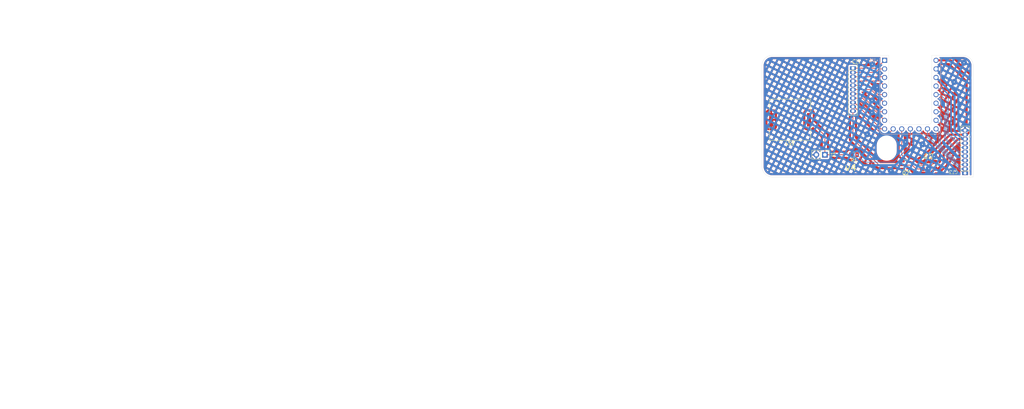
<source format=kicad_pcb>
(kicad_pcb (version 20241229) (generator "pcbnew") (generator_version "9.0")
  (layers (0 "F.Cu" signal) (2 "B.Cu" signal) (13 "F.Paste" user) (15 "B.Paste" user) (5 "F.SilkS" user "F.Silkscreen") (7 "B.SilkS" user "B.Silkscreen") (1 "F.Mask" user) (3 "B.Mask" user) (25 "Edge.Cuts" user))
  (net 0 "")
  (net 1 "+3V3R")
  (net 2 "GNDR")
  (net 3 "+5VR")
  (net 4 "Net-(U1-GP5)")
  (net 5 "Net-(U1-GP3)")
  (net 6 "Net-(U1-GP4)")
  (net 7 "Net-(U1-GP0)")
  (net 8 "Net-(U1-GP2)")
  (net 9 "Net-(U1-GP1)")
  (net 10 "Net-(U1-GP9)")
  (net 11 "Net-(U1-GP8)")
  (net 12 "Net-(U1-GP7)")
  (net 13 "Net-(U1-GP6)")
  (net 14 "Net-(U1-GP27)")
  (net 15 "Net-(U1-GP29)")
  (net 16 "Net-(U1-GP28)")
  (net 17 "Net-(U1-GP12)")
  (net 18 "Net-(U1-GP15)")
  (net 19 "Net-(U1-GP26)")
  (net 20 "Net-(U1-GP14)")
  (net 21 "Net-(U1-GP13)")
  (net 22 "Net-(U1-GP11)")
  (net 23 "Net-(Q2-S)")
  (net 24 "Net-(Q2-D)")
  (net 25 "Net-(J1-Pin_1)")
  (footprint "Package_TO_SOT_SMD:SOT-23" (layer "F.Cu") (at 319.5725 196.175 180)
    (property "Reference" "Q2" (at 0 -2.4 0) (layer "F.SilkS"))
    (property "Value" "BSS138")
    (fp_line (start 0 1.56) (end 0.65 1.56) (stroke (width 0.12)) (layer "F.SilkS"))
    (fp_line (start 0 1.56) (end -0.65 1.56) (stroke (width 0.12)) (layer "F.SilkS"))
    (fp_line (start 0 -1.56) (end 0.65 -1.56) (stroke (width 0.12)) (layer "F.SilkS"))
    (fp_line (start 0 -1.56) (end -0.65 -1.56) (stroke (width 0.12)) (layer "F.SilkS"))
    (fp_poly (pts (xy -1.1625 -1.51) (xy -1.4025 -1.84) (xy -0.9225 -1.84) (xy -1.1625 -1.51)) (stroke (width 0.12)) (fill yes) (layer "F.SilkS"))
    (pad "1" smd roundrect (at -0.9375 -0.95 180) (size 1.475 0.6) (layers "F.Cu" "F.Mask" "F.Paste") (net 1 "+3V3R"))
    (pad "2" smd roundrect (at -0.9375 0.95 180) (size 1.475 0.6) (layers "F.Cu" "F.Mask" "F.Paste") (net 23 "Net-(Q2-S)"))
    (pad "3" smd roundrect (at 0.9375 0 180) (size 1.475 0.6) (layers "F.Cu" "F.Mask" "F.Paste") (net 24 "Net-(Q2-D)"))
  )
  (footprint "Resistor_SMD:R_0805_2012Metric" (layer "F.Cu") (at 304.28 193.075 180)
    (property "Reference" "R1" (at 0 -1.65 0) (layer "F.SilkS"))
    (property "Value" "1k")
    (fp_line (start -0.227064 0.735) (end 0.227064 0.735) (stroke (width 0.12)) (layer "F.SilkS"))
    (fp_line (start -0.227064 -0.735) (end 0.227064 -0.735) (stroke (width 0.12)) (layer "F.SilkS"))
    (pad "1" smd roundrect (at -0.9125 0 180) (size 1.025 1.4) (layers "F.Cu" "F.Mask" "F.Paste") (roundrect_rratio 0.243902) (net 22 "Net-(U1-GP11)"))
    (pad "2" smd roundrect (at 0.9125 0 180) (size 1.025 1.4) (layers "F.Cu" "F.Mask" "F.Paste") (roundrect_rratio 0.243902) (net 25 "Net-(J1-Pin_1)"))
  )
  (footprint "HF:ConnThrough_1x11_1.27mm" (layer "F.Cu") (at 303.97 173.785)
    (property "Reference" "CT1" (at 1.0414 -8.2804 0) (layer "F.SilkS") (effects (font (thickness 0.1))))
    (property "Value" "~")
    (fp_line (start -1.33 -5.715) (end 1.33 -5.715) (stroke (width 0.12)) (layer "F.SilkS"))
    (fp_line (start -1.33 -5.08) (end -1.33 7.62) (stroke (width 0.12)) (layer "F.SilkS"))
    (fp_line (start -1.33 7.62) (end 1.33 7.62) (stroke (width 0.12)) (layer "F.SilkS"))
    (fp_line (start 0 -7.68) (end 1.33 -7.68) (stroke (width 0.12)) (layer "F.SilkS"))
    (fp_line (start 1.33 -7.68) (end 1.33 -6.35) (stroke (width 0.12)) (layer "F.SilkS"))
    (fp_line (start 1.33 -5.08) (end 1.33 7.62) (stroke (width 0.12)) (layer "F.SilkS"))
    (pad "1" thru_hole rect (at 0 -6.35) (size 1.8 1.07) (drill 0.84) (layers "*.Cu" "*.Mask") (net 7 "Net-(U1-GP0)"))
    (pad "2" thru_hole oval (at 0 -5.08) (size 1.8 1.07) (drill 0.84) (layers "*.Cu" "*.Mask") (net 9 "Net-(U1-GP1)"))
    (pad "3" thru_hole oval (at 0 -3.81) (size 1.8 1.07) (drill 0.84) (layers "*.Cu" "*.Mask") (net 8 "Net-(U1-GP2)"))
    (pad "4" thru_hole oval (at 0 -2.54) (size 1.8 1.07) (drill 0.84) (layers "*.Cu" "*.Mask") (net 5 "Net-(U1-GP3)"))
    (pad "5" thru_hole oval (at 0 -1.27) (size 1.8 1.07) (drill 0.84) (layers "*.Cu" "*.Mask") (net 6 "Net-(U1-GP4)"))
    (pad "6" thru_hole oval (at 0 0) (size 1.8 1.07) (drill 0.84) (layers "*.Cu" "*.Mask") (net 4 "Net-(U1-GP5)"))
    (pad "7" thru_hole oval (at 0 1.27) (size 1.8 1.07) (drill 0.84) (layers "*.Cu" "*.Mask") (net 13 "Net-(U1-GP6)"))
    (pad "8" thru_hole oval (at 0 2.54) (size 1.8 1.07) (drill 0.84) (layers "*.Cu" "*.Mask") (net 12 "Net-(U1-GP7)"))
    (pad "9" thru_hole oval (at 0 3.81) (size 1.8 1.07) (drill 0.84) (layers "*.Cu" "*.Mask") (net 11 "Net-(U1-GP8)"))
    (pad "10" thru_hole oval (at 0 5.08) (size 1.8 1.07) (drill 0.84) (layers "*.Cu" "*.Mask") (net 10 "Net-(U1-GP9)"))
    (pad "11" thru_hole oval (at 0 6.35) (size 1.8 1.07) (drill 0.84) (layers "*.Cu" "*.Mask") (net 24 "Net-(Q2-D)"))
  )
  (footprint "Resistor_SMD:R_0805_2012Metric_Pad1.20x1.40mm_HandSolder" (layer "F.Cu") (at 324.56 196.325 -90)
    (property "Reference" "R4" (at -2.79 -1.01 90) (layer "F.SilkS"))
    (property "Value" "560")
    (fp_line (start -0.227064 0.735) (end 0.227064 0.735) (stroke (width 0.12)) (layer "F.SilkS"))
    (fp_line (start -0.227064 -0.735) (end 0.227064 -0.735) (stroke (width 0.12)) (layer "F.SilkS"))
    (pad "1" smd roundrect (at -1 0 270) (size 1.2 1.4) (layers "F.Cu" "F.Mask" "F.Paste") (roundrect_rratio 0.208333) (net 3 "+5VR"))
    (pad "2" smd roundrect (at 1 0 270) (size 1.2 1.4) (layers "F.Cu" "F.Mask" "F.Paste") (roundrect_rratio 0.208333) (net 24 "Net-(Q2-D)"))
  )
  (footprint "Connector_PinHeader_2.54mm:PinHeader_1x02_P2.54mm_Vertical" (layer "F.Cu") (at 295.66 193.095 -90)
    (property "Reference" "J1" (at 0 -2.33 90) (layer "F.SilkS"))
    (property "Value" "Conn_01x02_Pin")
    (fp_line (start -1.33 3.87) (end 1.33 3.87) (stroke (width 0.12)) (layer "F.SilkS"))
    (fp_line (start -1.33 1.27) (end -1.33 3.87) (stroke (width 0.12)) (layer "F.SilkS"))
    (fp_line (start -1.33 1.27) (end 1.33 1.27) (stroke (width 0.12)) (layer "F.SilkS"))
    (fp_line (start 1.33 1.27) (end 1.33 3.87) (stroke (width 0.12)) (layer "F.SilkS"))
    (fp_line (start -1.33 0) (end -1.33 -1.33) (stroke (width 0.12)) (layer "F.SilkS"))
    (fp_line (start -1.33 -1.33) (end 0 -1.33) (stroke (width 0.12)) (layer "F.SilkS"))
    (pad "1" thru_hole rect (at 0 0 270) (size 1.7 1.7) (drill 1) (layers "*.Cu" "*.Mask") (net 25 "Net-(J1-Pin_1)"))
    (pad "2" thru_hole oval (at 0 2.54 270) (size 1.7 1.7) (drill 1) (layers "*.Cu" "*.Mask") (net 2 "GNDR"))
  )
  (footprint "Buzzer_Beeper:Buzzer_Murata_PKLCS1212E" (layer "F.Cu") (at 285.37 182.735 180)
    (property "Reference" "LS1" (at 0 -7 0) (layer "F.SilkS"))
    (property "Value" "Speaker")
    (fp_line (start 6.12 6.12) (end -6.12 6.12) (stroke (width 0.12)) (layer "F.SilkS"))
    (fp_line (start 6.12 2.26) (end 6.12 6.12) (stroke (width 0.12)) (layer "F.SilkS"))
    (fp_line (start 6.12 -6.12) (end 6.12 -2.26) (stroke (width 0.12)) (layer "F.SilkS"))
    (fp_line (start -6.12 6.12) (end -6.12 2.26) (stroke (width 0.12)) (layer "F.SilkS"))
    (fp_line (start -6.12 -2.26) (end -6.12 -6.12) (stroke (width 0.12)) (layer "F.SilkS"))
    (fp_line (start -6.12 -2.26) (end -6.42 -2.26) (stroke (width 0.12)) (layer "F.SilkS"))
    (fp_line (start -6.12 -6.12) (end 6.12 -6.12) (stroke (width 0.12)) (layer "F.SilkS"))
    (pad "1" smd rect (at -5.6 0 180) (size 1.2 4) (layers "F.Cu" "F.Mask" "F.Paste") (net 25 "Net-(J1-Pin_1)"))
    (pad "2" smd rect (at 5.6 0 180) (size 1.2 4) (layers "F.Cu" "F.Mask" "F.Paste") (net 2 "GNDR"))
  )
  (footprint "HF:ConnThrough_1x11_1.27mm" (layer "F.Cu") (at 337.16875 192.23 180)
    (property "Reference" "CT3" (at 3.46075 -5.969 180) (layer "F.SilkS") (effects (font (thickness 0.1))))
    (property "Value" "~")
    (fp_line (start 1.33 -5.08) (end 1.33 7.62) (stroke (width 0.12)) (layer "F.SilkS"))
    (fp_line (start -1.33 7.62) (end 1.33 7.62) (stroke (width 0.12)) (layer "F.SilkS"))
    (fp_line (start -1.33 -5.08) (end -1.33 7.62) (stroke (width 0.12)) (layer "F.SilkS"))
    (fp_line (start -1.33 -5.715) (end 1.33 -5.715) (stroke (width 0.12)) (layer "F.SilkS"))
    (pad "1" thru_hole rect (at 0 -6.35 180) (size 1.8 1.07) (drill 0.84) (layers "*.Cu" "*.Mask") (net 17 "Net-(U1-GP12)"))
    (pad "2" thru_hole oval (at 0 -5.08 180) (size 1.8 1.07) (drill 0.84) (layers "*.Cu" "*.Mask") (net 21 "Net-(U1-GP13)"))
    (pad "3" thru_hole oval (at 0 -3.81 180) (size 1.8 1.07) (drill 0.84) (layers "*.Cu" "*.Mask") (net 20 "Net-(U1-GP14)"))
    (pad "4" thru_hole oval (at 0 -2.54 180) (size 1.8 1.07) (drill 0.84) (layers "*.Cu" "*.Mask") (net 18 "Net-(U1-GP15)"))
    (pad "5" thru_hole oval (at 0 -1.27 180) (size 1.8 1.07) (drill 0.84) (layers "*.Cu" "*.Mask") (net 19 "Net-(U1-GP26)"))
    (pad "6" thru_hole oval (at 0 0 180) (size 1.8 1.07) (drill 0.84) (layers "*.Cu" "*.Mask") (net 14 "Net-(U1-GP27)"))
    (pad "7" thru_hole oval (at 0 1.27 180) (size 1.8 1.07) (drill 0.84) (layers "*.Cu" "*.Mask") (net 16 "Net-(U1-GP28)"))
    (pad "8" thru_hole oval (at 0 2.54 180) (size 1.8 1.07) (drill 0.84) (layers "*.Cu" "*.Mask") (net 15 "Net-(U1-GP29)"))
    (pad "9" thru_hole oval (at 0 3.81 180) (size 1.8 1.07) (drill 0.84) (layers "*.Cu" "*.Mask") (net 1 "+3V3R"))
    (pad "10" thru_hole oval (at 0 5.08 180) (size 1.8 1.07) (drill 0.84) (layers "*.Cu" "*.Mask") (net 3 "+5VR"))
    (pad "11" thru_hole oval (at 0 6.35 180) (size 1.8 1.07) (drill 0.84) (layers "*.Cu" "*.Mask") (net 2 "GNDR"))
  )
  (footprint "Resistor_SMD:R_0805_2012Metric_Pad1.20x1.40mm_HandSolder" (layer "F.Cu") (at 328.22 196.235 90)
    (property "Reference" "R3" (at 2.69 -1.09 90) (layer "F.SilkS"))
    (property "Value" "10K")
    (fp_line (start -0.227064 -0.735) (end 0.227064 -0.735) (stroke (width 0.12)) (layer "F.SilkS"))
    (fp_line (start -0.227064 0.735) (end 0.227064 0.735) (stroke (width 0.12)) (layer "F.SilkS"))
    (pad "1" smd roundrect (at -1 0 90) (size 1.2 1.4) (layers "F.Cu" "F.Mask" "F.Paste") (roundrect_rratio 0.208333) (net 1 "+3V3R"))
    (pad "2" smd roundrect (at 1 0 90) (size 1.2 1.4) (layers "F.Cu" "F.Mask" "F.Paste") (roundrect_rratio 0.208333) (net 23 "Net-(Q2-S)"))
  )
  (footprint "HF:gh60_cpu_guard" (layer "F.Cu") (at 313.975 191.13)
    (property "Reference" "CS_HL3" (hide yes))
    (property "Value" "~")
    (pad "" np_thru_hole oval (at 0 0) (size 5 6) (drill oval 5.5 7) (layers "*.Cu"))
  )
  (footprint "HF:MODULE_RP2040-ZERO" (layer "B.Cu") (at 320.96 175.275 180)
    (property "Reference" "U1" (at 11.26 10.18 0) (layer "B.SilkS") (effects (justify mirror)))
    (property "Value" "RP2040-ZERO")
    (fp_line (start 9 -10.75) (end 9 10.75) (stroke (width 0.127)) (layer "B.SilkS"))
    (fp_line (start -8 -11.75) (end 8 -11.75) (stroke (width 0.127)) (layer "B.SilkS"))
    (fp_line (start -9 10.75) (end -9 -10.75) (stroke (width 0.127)) (layer "B.SilkS"))
    (fp_arc (start 8 -11.75) (mid 8.707107 -11.457107) (end 9 -10.75) (stroke (width 0.127)) (layer "B.SilkS"))
    (fp_arc (start -9 -10.75) (mid -8.707107 -11.457107) (end -8 -11.75) (stroke (width 0.127)) (layer "B.SilkS"))
    (fp_circle (center 9.75 10.16) (end 9.85 10.16) (stroke (width 0.2)) (fill no) (layer "B.SilkS"))
    (pad "1" thru_hole rect (at 7.62 10.16 180) (size 1.508 1.508) (drill 1) (layers "*.Cu" "*.Mask") (net 7 "Net-(U1-GP0)"))
    (pad "2" thru_hole circle (at 7.62 7.62 180) (size 1.508 1.508) (drill 1) (layers "*.Cu" "*.Mask") (net 9 "Net-(U1-GP1)"))
    (pad "3" thru_hole circle (at 7.62 5.08 180) (size 1.508 1.508) (drill 1) (layers "*.Cu" "*.Mask") (net 8 "Net-(U1-GP2)"))
    (pad "4" thru_hole circle (at 7.62 2.54 180) (size 1.508 1.508) (drill 1) (layers "*.Cu" "*.Mask") (net 5 "Net-(U1-GP3)"))
    (pad "5" thru_hole circle (at 7.62 0 180) (size 1.508 1.508) (drill 1) (layers "*.Cu" "*.Mask") (net 6 "Net-(U1-GP4)"))
    (pad "6" thru_hole circle (at 7.62 -2.54 180) (size 1.508 1.508) (drill 1) (layers "*.Cu" "*.Mask") (net 4 "Net-(U1-GP5)"))
    (pad "7" thru_hole circle (at 7.62 -5.08 180) (size 1.508 1.508) (drill 1) (layers "*.Cu" "*.Mask") (net 13 "Net-(U1-GP6)"))
    (pad "8" thru_hole circle (at 7.62 -7.62 180) (size 1.508 1.508) (drill 1) (layers "*.Cu" "*.Mask") (net 12 "Net-(U1-GP7)"))
    (pad "9" thru_hole circle (at 7.62 -10.16 180) (size 1.508 1.508) (drill 1) (layers "*.Cu" "*.Mask") (net 11 "Net-(U1-GP8)"))
    (pad "10" thru_hole circle (at 5.08 -10.16 180) (size 1.508 1.508) (drill 1) (layers "*.Cu" "*.Mask") (net 10 "Net-(U1-GP9)"))
    (pad "11" thru_hole circle (at 2.54 -10.16 180) (size 1.508 1.508) (drill 1) (layers "*.Cu" "*.Mask") (net 23 "Net-(Q2-S)"))
    (pad "12" thru_hole circle (at 0 -10.16 180) (size 1.508 1.508) (drill 1) (layers "*.Cu" "*.Mask") (net 22 "Net-(U1-GP11)"))
    (pad "13" thru_hole circle (at -2.54 -10.16 180) (size 1.508 1.508) (drill 1) (layers "*.Cu" "*.Mask") (net 17 "Net-(U1-GP12)"))
    (pad "14" thru_hole circle (at -5.08 -10.16 180) (size 1.508 1.508) (drill 1) (layers "*.Cu" "*.Mask") (net 21 "Net-(U1-GP13)"))
    (pad "15" thru_hole circle (at -7.62 -10.16 180) (size 1.508 1.508) (drill 1) (layers "*.Cu" "*.Mask") (net 20 "Net-(U1-GP14)"))
    (pad "16" thru_hole circle (at -7.62 -7.62 180) (size 1.508 1.508) (drill 1) (layers "*.Cu" "*.Mask") (net 18 "Net-(U1-GP15)"))
    (pad "17" thru_hole circle (at -7.62 -5.08 180) (size 1.508 1.508) (drill 1) (layers "*.Cu" "*.Mask") (net 19 "Net-(U1-GP26)"))
    (pad "18" thru_hole circle (at -7.62 -2.54 180) (size 1.508 1.508) (drill 1) (layers "*.Cu" "*.Mask") (net 14 "Net-(U1-GP27)"))
    (pad "19" thru_hole circle (at -7.62 0 180) (size 1.508 1.508) (drill 1) (layers "*.Cu" "*.Mask") (net 16 "Net-(U1-GP28)"))
    (pad "20" thru_hole circle (at -7.62 2.54 180) (size 1.508 1.508) (drill 1) (layers "*.Cu" "*.Mask") (net 15 "Net-(U1-GP29)"))
    (pad "21" thru_hole circle (at -7.62 5.08 180) (size 1.508 1.508) (drill 1) (layers "*.Cu" "*.Mask") (net 1 "+3V3R"))
    (pad "22" thru_hole circle (at -7.62 7.62 180) (size 1.508 1.508) (drill 1) (layers "*.Cu" "*.Mask") (net 2 "GNDR"))
    (pad "23" thru_hole circle (at -7.62 10.16 180) (size 1.508 1.508) (drill 1) (layers "*.Cu" "*.Mask") (net 3 "+5VR"))
  )
  (gr_arc (start 277.05 166.655) (mid 277.92868 164.53368) (end 280.05 163.655) (stroke (width 0.05)) (layer "Edge.Cuts"))
  (gr_arc (start 327.326 182.981) (mid 326.974528 183.829528) (end 326.126 184.181) (stroke (width 0.05)) (layer "Edge.Cuts"))
  (gr_line (start 277.05 166.655) (end 277.05 196.655) (stroke (width 0.05)) (layer "Edge.Cuts"))
  (gr_line (start 339.55 199.655) (end 339.55 166.655) (stroke (width 0.05)) (layer "Edge.Cuts"))
  (gr_line (start 327.326 163.655) (end 336.55 163.655) (stroke (width 0.05)) (layer "Edge.Cuts"))
  (gr_arc (start 336.55 163.655) (mid 338.671297 164.533703) (end 339.55 166.655) (stroke (width 0.05)) (layer "Edge.Cuts"))
  (gr_arc (start 280.05 199.655) (mid 277.92868 198.77632) (end 277.05 196.655) (stroke (width 0.05)) (layer "Edge.Cuts"))
  (gr_arc (start 315.794 184.181) (mid 314.945472 183.829528) (end 314.594 182.981) (stroke (width 0.05)) (layer "Edge.Cuts"))
  (gr_line (start 280.05 199.655) (end 339.55 199.655) (stroke (width 0.05)) (layer "Edge.Cuts"))
  (gr_line (start 327.326 163.655) (end 327.326 182.981) (stroke (width 0.05)) (layer "Edge.Cuts"))
  (gr_line (start 314.594 163.655) (end 280.05 163.655) (stroke (width 0.05)) (layer "Edge.Cuts"))
  (gr_line (start 315.794 184.181) (end 326.126 184.181) (stroke (width 0.05)) (layer "Edge.Cuts"))
  (gr_line (start 314.594 182.981) (end 314.594 163.655) (stroke (width 0.05)) (layer "Edge.Cuts"))
  (gr_text "v4" (at 301.62 198.185 0) (layer "F.SilkS") (effects (font (size 2 2) (thickness 0.3)) (justify left bottom)))
  (segment (start 327.039 198.416) (end 321.801 198.416) (width 0.6) (layer "F.Cu") (net 1))
  (segment (start 328.22 197.235) (end 327.039 198.416) (width 0.6) (layer "F.Cu") (net 1))
  (segment (start 329.19 197.235) (end 328.22 197.235) (width 0.6) (layer "F.Cu") (net 1))
  (segment (start 330.83 192.715) (end 330.83 195.595) (width 0.6) (layer "F.Cu") (net 1))
  (segment (start 321.801 198.416) (end 320.51 197.125) (width 0.6) (layer "F.Cu") (net 1))
  (segment (start 335.125 188.42) (end 330.83 192.715) (width 0.6) (layer "F.Cu") (net 1))
  (segment (start 337.16875 188.42) (end 335.125 188.42) (width 0.6) (layer "F.Cu") (net 1))
  (segment (start 330.83 195.595) (end 329.19 197.235) (width 0.6) (layer "F.Cu") (net 1))
  (segment (start 334.07 175.685) (end 334.07 186.09125) (width 0.6) (layer "B.Cu") (net 1))
  (segment (start 334.07 186.09125) (end 336.39875 188.42) (width 0.6) (layer "B.Cu") (net 1))
  (segment (start 328.58 170.195) (end 334.07 175.685) (width 0.6) (layer "B.Cu") (net 1))
  (segment (start 336.39875 188.42) (end 337.16875 188.42) (width 0.6) (layer "B.Cu") (net 1))
  (via (at 336.86 165.805) (size 0.6) (drill 0.3) (layers "F.Cu" "B.Cu") (net 2))
  (via (at 330.07 182.195) (size 0.6) (drill 0.3) (layers "F.Cu" "B.Cu") (net 2))
  (via (at 328.23 187.105) (size 0.6) (drill 0.3) (layers "F.Cu" "B.Cu") (net 2))
  (via (at 309.7 166.275) (size 0.6) (drill 0.3) (layers "F.Cu" "B.Cu") (net 2))
  (via (at 338.61 187.815) (size 0.6) (drill 0.3) (layers "F.Cu" "B.Cu") (net 2))
  (via (at 309.62 177.015) (size 0.6) (drill 0.3) (layers "F.Cu" "B.Cu") (net 2))
  (via (at 329.6 176.505) (size 0.6) (drill 0.3) (layers "F.Cu" "B.Cu") (net 2))
  (via (at 311.13 173.125) (size 0.6) (drill 0.3) (layers "F.Cu" "B.Cu") (net 2))
  (via (at 324.56 190.015) (size 0.6) (drill 0.3) (layers "F.Cu" "B.Cu") (net 2))
  (via (at 328.07 193.615) (size 0.6) (drill 0.3) (layers "F.Cu" "B.Cu") (net 2))
  (via (at 308.2 187.025) (size 0.6) (drill 0.3) (layers "F.Cu" "B.Cu") (net 2))
  (via (at 333.97 171.525) (size 0.6) (drill 0.3) (layers "F.Cu" "B.Cu") (net 2))
  (via (at 333.09 183.695) (size 0.6) (drill 0.3) (layers "F.Cu" "B.Cu") (net 2))
  (via (at 312.03 168.875) (size 0.6) (drill 0.3) (layers "F.Cu" "B.Cu") (net 2))
  (via (at 309.56 180.585) (size 0.6) (drill 0.3) (layers "F.Cu" "B.Cu") (net 2))
  (via (at 333.07 197.905) (size 0.6) (drill 0.3) (layers "F.Cu" "B.Cu") (net 2))
  (via (at 326.38 197.195) (size 0.6) (drill 0.3) (layers "F.Cu" "B.Cu") (net 2))
  (via (at 315.17 197.795) (size 0.6) (drill 0.3) (layers "F.Cu" "B.Cu") (net 2))
  (via (at 319.52 189.305) (size 0.6) (drill 0.3) (layers "F.Cu" "B.Cu") (net 2))
  (via (at 331.56 190.175) (size 0.6) (drill 0.3) (layers "F.Cu" "B.Cu") (net 2))
  (segment (start 338.749 170.964) (end 338.749 186.115733) (width 0.6) (layer "F.Cu") (net 3))
  (segment (start 332.735 187.15) (end 337.16875 187.15) (width 0.6) (layer "F.Cu") (net 3))
  (segment (start 338.749 186.115733) (end 337.714733 187.15) (width 0.6) (layer "F.Cu") (net 3))
  (segment (start 328.58 165.115) (end 332.9 165.115) (width 0.6) (layer "F.Cu") (net 3))
  (segment (start 332.9 165.115) (end 338.749 170.964) (width 0.6) (layer "F.Cu") (net 3))
  (segment (start 324.56 195.325) (end 332.735 187.15) (width 0.6) (layer "F.Cu") (net 3))
  (segment (start 309.31 173.785) (end 313.34 177.815) (width 0.2) (layer "F.Cu") (net 4))
  (segment (start 303.97 173.785) (end 309.31 173.785) (width 0.2) (layer "F.Cu") (net 4))
  (segment (start 303.97 171.245) (end 311.83 171.245) (width 0.2) (layer "F.Cu") (net 5))
  (segment (start 311.83 171.245) (end 313.32 172.735) (width 0.2) (layer "F.Cu") (net 5))
  (segment (start 308.69 172.515) (end 311.45 175.275) (width 0.2) (layer "F.Cu") (net 6))
  (segment (start 303.97 172.515) (end 308.69 172.515) (width 0.2) (layer "F.Cu") (net 6))
  (segment (start 311.45 175.275) (end 313.34 175.275) (width 0.2) (layer "F.Cu") (net 6))
  (segment (start 303.97 167.435) (end 311.01 167.435) (width 0.2) (layer "F.Cu") (net 7))
  (segment (start 311.01 167.435) (end 313.33 165.115) (width 0.2) (layer "F.Cu") (net 7))
  (segment (start 303.97 169.975) (end 313.12 169.975) (width 0.2) (layer "F.Cu") (net 8))
  (segment (start 303.97 168.705) (end 310.61 168.705) (width 0.2) (layer "F.Cu") (net 9))
  (segment (start 311.66 167.655) (end 313.34 167.655) (width 0.2) (layer "F.Cu") (net 9))
  (segment (start 310.61 168.705) (end 311.66 167.655) (width 0.2) (layer "F.Cu") (net 9))
  (segment (start 312.475 187.005) (end 304.335 178.865) (width 0.2) (layer "F.Cu") (net 10))
  (segment (start 315.88 185.455) (end 314.33 187.005) (width 0.2) (layer "F.Cu") (net 10))
  (segment (start 314.33 187.005) (end 312.475 187.005) (width 0.2) (layer "F.Cu") (net 10))
  (segment (start 304.42 177.595) (end 312.26 185.435) (width 0.2) (layer "F.Cu") (net 11))
  (segment (start 312.26 185.435) (end 313.34 185.435) (width 0.2) (layer "F.Cu") (net 11))
  (segment (start 303.97 176.325) (end 306.78 176.325) (width 0.2) (layer "F.Cu") (net 12))
  (segment (start 306.78 176.325) (end 313.34 182.885) (width 0.2) (layer "F.Cu") (net 12))
  (segment (start 306.13 175.055) (end 311.43 180.355) (width 0.2) (layer "F.Cu") (net 13))
  (segment (start 311.43 180.355) (end 313.34 180.355) (width 0.2) (layer "F.Cu") (net 13))
  (segment (start 303.97 175.055) (end 306.13 175.055) (width 0.2) (layer "F.Cu") (net 13))
  (segment (start 331.417999 186.725001) (end 331.417998 187.048914) (width 0.2) (layer "B.Cu") (net 14))
  (segment (start 328.58 177.815) (end 331.418 180.653) (width 0.2) (layer "B.Cu") (net 14))
  (segment (start 331.417999 188.130041) (end 335.517958 192.23) (width 0.2) (layer "B.Cu") (net 14))
  (segment (start 331.417998 186.725) (end 331.417999 186.725001) (width 0.2) (layer "B.Cu") (net 14))
  (segment (start 335.517958 192.23) (end 337.16875 192.23) (width 0.2) (layer "B.Cu") (net 14))
  (segment (start 331.418 180.653) (end 331.417998 186.725) (width 0.2) (layer "B.Cu") (net 14))
  (segment (start 331.417998 187.048914) (end 331.417999 188.130041) (width 0.2) (layer "B.Cu") (net 14))
  (segment (start 335.165 189.69) (end 337.16875 189.69) (width 0.2) (layer "B.Cu") (net 15))
  (segment (start 328.58 172.735) (end 332.2 176.355) (width 0.2) (layer "B.Cu") (net 15))
  (segment (start 332.2 176.355) (end 332.2 186.725) (width 0.2) (layer "B.Cu") (net 15))
  (segment (start 332.2 186.725) (end 335.165 189.69) (width 0.2) (layer "B.Cu") (net 15))
  (segment (start 328.58 175.275) (end 329.83 175.275) (width 0.2) (layer "B.Cu") (net 16))
  (segment (start 331.808999 186.886957) (end 331.94 187.017958) (width 0.2) (layer "B.Cu") (net 16))
  (segment (start 331.808999 186.886957) (end 331.809 186.886958) (width 0.2) (layer "B.Cu") (net 16))
  (segment (start 331.94 187.017958) (end 331.94 187.045) (width 0.2) (layer "B.Cu") (net 16))
  (segment (start 329.83 175.275) (end 331.809 177.254) (width 0.2) (layer "B.Cu") (net 16))
  (segment (start 335.855 190.96) (end 337.16875 190.96) (width 0.2) (layer "B.Cu") (net 16))
  (segment (start 331.94 187.045) (end 335.855 190.96) (width 0.2) (layer "B.Cu") (net 16))
  (segment (start 331.808999 186.886957) (end 331.809 180.814956) (width 0.2) (layer "B.Cu") (net 16))
  (segment (start 331.809 177.254) (end 331.809 180.814956) (width 0.2) (layer "B.Cu") (net 16))
  (segment (start 323.5 185.435) (end 336.645 198.58) (width 0.2) (layer "B.Cu") (net 17))
  (segment (start 329.86 184.175) (end 329.86 190.136126) (width 0.2) (layer "B.Cu") (net 18))
  (segment (start 328.58 182.895) (end 329.86 184.175) (width 0.2) (layer "B.Cu") (net 18))
  (segment (start 329.86 190.136126) (end 334.493874 194.77) (width 0.2) (layer "B.Cu") (net 18))
  (segment (start 334.493874 194.77) (end 337.16875 194.77) (width 0.2) (layer "B.Cu") (net 18))
  (segment (start 331.02 188.285) (end 336.235 193.5) (width 0.2) (layer "B.Cu") (net 19))
  (segment (start 328.58 180.355) (end 329.66 180.355) (width 0.2) (layer "B.Cu") (net 19))
  (segment (start 329.66 180.355) (end 331.02 181.715) (width 0.2) (layer "B.Cu") (net 19))
  (segment (start 331.02 188.285) (end 331.02 181.715) (width 0.2) (layer "B.Cu") (net 19))
  (segment (start 336.235 193.5) (end 337.16875 193.5) (width 0.2) (layer "B.Cu") (net 19))
  (segment (start 329.39 186.245) (end 329.39 190.219084) (width 0.2) (layer "B.Cu") (net 20))
  (segment (start 335.210916 196.04) (end 337.16875 196.04) (width 0.2) (layer "B.Cu") (net 20))
  (segment (start 328.58 185.435) (end 329.39 186.245) (width 0.2) (layer "B.Cu") (net 20))
  (segment (start 329.39 190.219084) (end 335.210916 196.04) (width 0.2) (layer "B.Cu") (net 20))
  (segment (start 326.04 187.422042) (end 335.927958 197.31) (width 0.2) (layer "B.Cu") (net 21))
  (segment (start 326.04 185.435) (end 326.04 187.422042) (width 0.2) (layer "B.Cu") (net 21))
  (segment (start 335.927958 197.31) (end 337.16875 197.31) (width 0.2) (layer "B.Cu") (net 21))
  (via (at 305.1925 193.075) (size 0.6) (drill 0.3) (layers "F.Cu" "B.Cu") (net 22))
  (segment (start 320.96 190.43403) (end 316.09903 195.295) (width 0.2) (layer "B.Cu") (net 22))
  (segment (start 316.09903 195.295) (end 307.4125 195.295) (width 0.2) (layer "B.Cu") (net 22))
  (segment (start 320.96 185.435) (end 320.96 190.43403) (width 0.2) (layer "B.Cu") (net 22))
  (segment (start 307.4125 195.295) (end 305.1925 193.075) (width 0.2) (layer "B.Cu") (net 22))
  (segment (start 322.581 196.216) (end 327.239 196.216) (width 0.2) (layer "F.Cu") (net 23))
  (segment (start 320.51 195.215) (end 318.42 193.125) (width 0.2) (layer "F.Cu") (net 23))
  (segment (start 320.51 195.225) (end 320.51 195.215) (width 0.2) (layer "F.Cu") (net 23))
  (segment (start 318.42 193.125) (end 318.42 185.435) (width 0.2) (layer "F.Cu") (net 23))
  (segment (start 320.51 195.225) (end 321.59 195.225) (width 0.2) (layer "F.Cu") (net 23))
  (segment (start 321.59 195.225) (end 322.581 196.216) (width 0.2) (layer "F.Cu") (net 23))
  (segment (start 327.239 196.216) (end 328.22 195.235) (width 0.2) (layer "F.Cu") (net 23))
  (segment (start 303.97 188.445) (end 303.97 180.135) (width 0.2) (layer "F.Cu") (net 24))
  (segment (start 318.635 196.175) (end 311.7 196.175) (width 0.2) (layer "F.Cu") (net 24))
  (segment (start 322.66 197.325) (end 321.51 196.175) (width 0.2) (layer "F.Cu") (net 24))
  (segment (start 324.56 197.325) (end 322.66 197.325) (width 0.2) (layer "F.Cu") (net 24))
  (segment (start 321.51 196.175) (end 318.635 196.175) (width 0.2) (layer "F.Cu") (net 24))
  (segment (start 311.7 196.175) (end 303.97 188.445) (width 0.2) (layer "F.Cu") (net 24))
  (segment (start 295.66 187.425) (end 290.97 182.735) (width 0.2) (layer "F.Cu") (net 25))
  (segment (start 295.66 193.095) (end 295.66 187.425) (width 0.2) (layer "F.Cu") (net 25))
  (segment (start 295.66 193.095) (end 303.3475 193.095) (width 0.2) (layer "F.Cu") (net 25))
  (segment (start 303.3475 193.095) (end 303.3675 193.075) (width 0.2) (layer "F.Cu") (net 25))
  (zone (net 2) (net_name "GNDR") (layers "F.Cu" "B.Cu") (connect_pads (clearance 0.5)) (min_thickness 0.25) (fill yes (mode hatch) (thermal_gap 0.5) (thermal_bridge_width 0.5) (island_removal_mode 2) (island_area_min 10) (hatch_thickness 0.6) (hatch_gap 1) (hatch_orientation -27) (hatch_smoothing_level 2) (hatch_smoothing_value 0.1) (hatch_border_algorithm hatch_thickness) (hatch_min_hole_area 0.3))
    (polygon (pts (xy 51.41875 154.13) (xy 341.93125 154.13) (xy 341.93125 268.43) (xy 51.41875 268.43)))
  )
)
</source>
